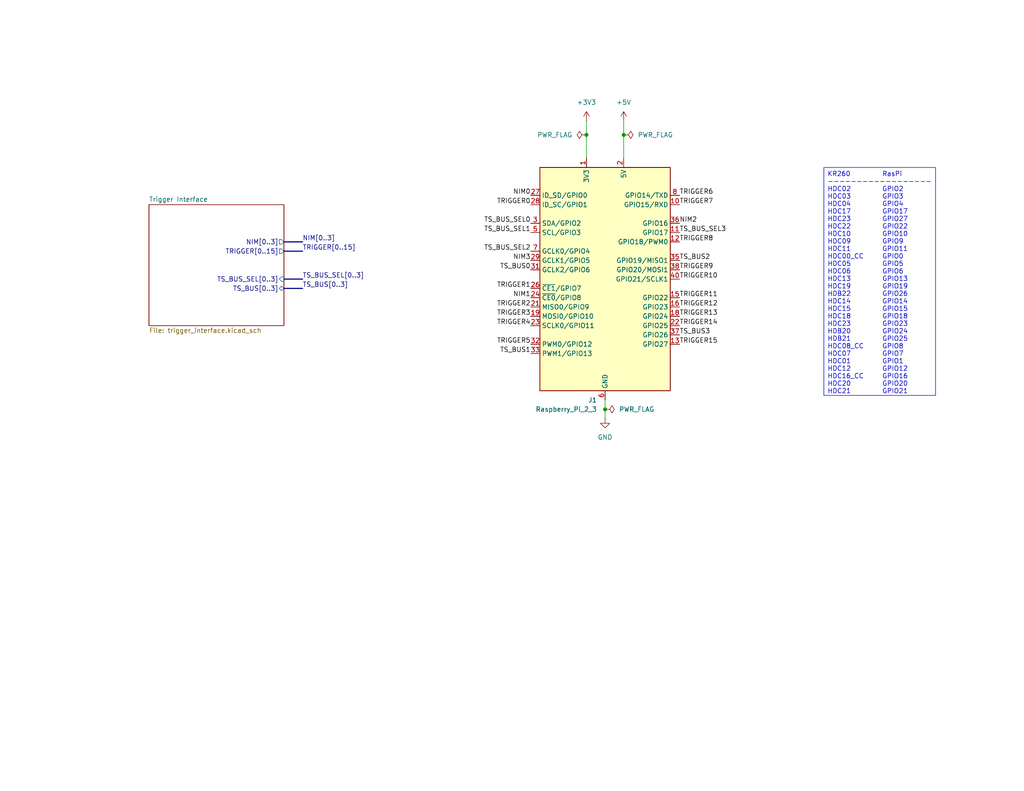
<source format=kicad_sch>
(kicad_sch (version 20231120) (generator "eeschema") (generator_version "8.0")
  (paper "USLetter")
  (title_block (title "LVDS Raspberry Pi Hat for KR260") (date "2025-01-12") (rev "1") (company "MIT Physics") (comment 1 "Noah Paladino"))
  (lib_symbols
    (symbol "Connector:Raspberry_Pi_2_3"
      (property "Reference" "J" (at -17.78 31.75 0))
      (property "Value" "Raspberry_Pi_2_3" (at 10.16 -31.75 0))
      (symbol "Raspberry_Pi_2_3_0_1"
        (rectangle (start -17.78 30.48) (end 17.78 -30.48) (stroke (width 0.254)) (fill (type background)))
      )
      (symbol "Raspberry_Pi_2_3_1_1"
        (pin power_in line (at 5.08 33.02 270) (length 2.54) (name "3V3") (number "1"))
        (pin bidirectional line (at -20.32 20.32 0) (length 2.54) (name "GPIO15/RXD") (number "10"))
        (pin bidirectional line (at -20.32 12.7 0) (length 2.54) (name "GPIO17") (number "11"))
        (pin bidirectional line (at -20.32 10.16 0) (length 2.54) (name "GPIO18/PWM0") (number "12"))
        (pin bidirectional line (at -20.32 -17.78 0) (length 2.54) (name "GPIO27") (number "13"))
        (pin passive line (at 0 -33.02 90) (length 2.54) hide (name "GND") (number "14"))
        (pin bidirectional line (at -20.32 -5.08 0) (length 2.54) (name "GPIO22") (number "15"))
        (pin bidirectional line (at -20.32 -7.62 0) (length 2.54) (name "GPIO23") (number "16"))
        (pin passive line (at 5.08 33.02 270) (length 2.54) hide (name "3V3") (number "17"))
        (pin bidirectional line (at -20.32 -10.16 0) (length 2.54) (name "GPIO24") (number "18"))
        (pin bidirectional line (at 20.32 -10.16 180) (length 2.54) (name "MOSI0/GPIO10") (number "19"))
        (pin power_in line (at -5.08 33.02 270) (length 2.54) (name "5V") (number "2"))
        (pin passive line (at 0 -33.02 90) (length 2.54) hide (name "GND") (number "20"))
        (pin bidirectional line (at 20.32 -7.62 180) (length 2.54) (name "MISO0/GPIO9") (number "21"))
        (pin bidirectional line (at -20.32 -12.7 0) (length 2.54) (name "GPIO25") (number "22"))
        (pin bidirectional line (at 20.32 -12.7 180) (length 2.54) (name "SCLK0/GPIO11") (number "23"))
        (pin bidirectional line (at 20.32 -5.08 180) (length 2.54) (name "~{CE0}/GPIO8") (number "24"))
        (pin passive line (at 0 -33.02 90) (length 2.54) hide (name "GND") (number "25"))
        (pin bidirectional line (at 20.32 -2.54 180) (length 2.54) (name "~{CE1}/GPIO7") (number "26"))
        (pin bidirectional line (at 20.32 22.86 180) (length 2.54) (name "ID_SD/GPIO0") (number "27"))
        (pin bidirectional line (at 20.32 20.32 180) (length 2.54) (name "ID_SC/GPIO1") (number "28"))
        (pin bidirectional line (at 20.32 5.08 180) (length 2.54) (name "GCLK1/GPIO5") (number "29"))
        (pin bidirectional line (at 20.32 15.24 180) (length 2.54) (name "SDA/GPIO2") (number "3"))
        (pin passive line (at 0 -33.02 90) (length 2.54) hide (name "GND") (number "30"))
        (pin bidirectional line (at 20.32 2.54 180) (length 2.54) (name "GCLK2/GPIO6") (number "31"))
        (pin bidirectional line (at 20.32 -17.78 180) (length 2.54) (name "PWM0/GPIO12") (number "32"))
        (pin bidirectional line (at 20.32 -20.32 180) (length 2.54) (name "PWM1/GPIO13") (number "33"))
        (pin passive line (at 0 -33.02 90) (length 2.54) hide (name "GND") (number "34"))
        (pin bidirectional line (at -20.32 5.08 0) (length 2.54) (name "GPIO19/MISO1") (number "35"))
        (pin bidirectional line (at -20.32 15.24 0) (length 2.54) (name "GPIO16") (number "36"))
        (pin bidirectional line (at -20.32 -15.24 0) (length 2.54) (name "GPIO26") (number "37"))
        (pin bidirectional line (at -20.32 2.54 0) (length 2.54) (name "GPIO20/MOSI1") (number "38"))
        (pin passive line (at 0 -33.02 90) (length 2.54) hide (name "GND") (number "39"))
        (pin passive line (at -5.08 33.02 270) (length 2.54) hide (name "5V") (number "4"))
        (pin bidirectional line (at -20.32 0 0) (length 2.54) (name "GPIO21/SCLK1") (number "40"))
        (pin bidirectional line (at 20.32 12.7 180) (length 2.54) (name "SCL/GPIO3") (number "5"))
        (pin power_in line (at 0 -33.02 90) (length 2.54) (name "GND") (number "6"))
        (pin bidirectional line (at 20.32 7.62 180) (length 2.54) (name "GCLK0/GPIO4") (number "7"))
        (pin bidirectional line (at -20.32 22.86 0) (length 2.54) (name "GPIO14/TXD") (number "8"))
        (pin passive line (at 0 -33.02 90) (length 2.54) hide (name "GND") (number "9"))
      )
    )
    (symbol "power:+3V3" (power) (pin_numbers hide) (pin_names (offset 0) hide)
      (property "Value" "+3V3" (at 0 3.556 0))
      (symbol "+3V3_0_1"
        (polyline (pts (xy -0.762 1.27) (xy 0 2.54)))
        (polyline (pts (xy 0 0) (xy 0 2.54)))
        (polyline (pts (xy 0 2.54) (xy 0.762 1.27)))
      )
      (symbol "+3V3_1_1"
        (pin power_in line (at 0 0 90) (length 0) (name "~") (number "1"))
      )
    )
    (symbol "power:+5V" (power) (pin_numbers hide) (pin_names (offset 0) hide)
      (property "Value" "+5V" (at 0 3.556 0))
      (symbol "+5V_0_1"
        (polyline (pts (xy -0.762 1.27) (xy 0 2.54)))
        (polyline (pts (xy 0 0) (xy 0 2.54)))
        (polyline (pts (xy 0 2.54) (xy 0.762 1.27)))
      )
      (symbol "+5V_1_1"
        (pin power_in line (at 0 0 90) (length 0) (name "~") (number "1"))
      )
    )
    (symbol "power:GND" (power) (pin_numbers hide) (pin_names (offset 0) hide)
      (property "Value" "GND" (at 0 -3.81 0))
      (symbol "GND_0_1"
        (polyline (pts (xy 0 0) (xy 0 -1.27) (xy 1.27 -1.27) (xy 0 -2.54) (xy -1.27 -1.27) (xy 0 -1.27)))
      )
      (symbol "GND_1_1"
        (pin power_in line (at 0 0 270) (length 0) (name "~") (number "1"))
      )
    )
    (symbol "power:PWR_FLAG" (power) (pin_numbers hide) (pin_names (offset 0) hide)
      (property "Value" "PWR_FLAG" (at 0 3.81 0))
      (symbol "PWR_FLAG_0_0"
        (pin power_out line (at 0 0 90) (length 0) (name "~") (number "1"))
      )
      (symbol "PWR_FLAG_0_1"
        (polyline (pts (xy 0 0) (xy 0 1.27) (xy -1.016 1.905) (xy 0 2.54) (xy 1.016 1.905) (xy 0 1.27)))
      )
    )
  )
  (junction (at 170.18 36.83))
  (junction (at 165.1 111.76))
  (junction (at 160.02 36.83))
  (bus (pts (xy 77.47 66.04) (xy 82.55 66.04)))
  (wire (pts (xy 160.02 36.83) (xy 160.02 43.18)))
  (wire (pts (xy 165.1 114.3) (xy 165.1 111.76)))
  (wire (pts (xy 165.1 111.76) (xy 165.1 109.22)))
  (wire (pts (xy 170.18 33.02) (xy 170.18 36.83)))
  (wire (pts (xy 170.18 36.83) (xy 170.18 43.18)))
  (bus (pts (xy 77.47 76.2) (xy 82.55 76.2)))
  (bus (pts (xy 77.47 78.74) (xy 82.55 78.74)))
  (wire (pts (xy 160.02 33.02) (xy 160.02 36.83)))
  (bus (pts (xy 77.47 68.58) (xy 82.55 68.58)))
  (text_box "KR260		RasPi\n------------------\nHDC02		GPIO2\nHDC03		GPIO3\nHDC04		GPIO4\nHDC17		GPIO17\nHDC23		GPIO27\nHDC22		GPIO22\nHDC10		GPIO10\nHDC09		GPIO9\nHDC11		GPIO11\nHDC00_CC	GPIO0\nHDC05		GPIO5\nHDC06		GPIO6\nHDC13		GPIO13\nHDC19		GPIO19\nHDB22		GPIO26\nHDC14		GPIO14\nHDC15		GPIO15\nHDC18		GPIO18\nHDC23		GPIO23\nHDB20		GPIO24\nHDB21		GPIO25\nHDC08_CC	GPIO8\nHDC07		GPIO7\nHDC01		GPIO1\nHDC12		GPIO12\nHDC16_CC	GPIO16\nHDC20		GPIO20\nHDC21		GPIO21" (at 224.79 45.72 0) (size 30.48 62.23) (effects (font (size 1.27 1.27)) (justify left top)))
  (label "TRIGGER13" (at 185.42 86.36 0))
  (label "NIM[0..3]" (at 82.55 66.04 0))
  (label "TS_BUS2" (at 185.42 71.12 0))
  (label "TRIGGER4" (at 144.78 88.9 180))
  (label "TRIGGER[0..15]" (at 82.55 68.58 0))
  (label "TS_BUS3" (at 185.42 91.44 0))
  (label "TRIGGER9" (at 185.42 73.66 0))
  (label "TS_BUS1" (at 144.78 96.52 180))
  (label "TS_BUS_SEL2" (at 144.78 68.58 180))
  (label "TRIGGER6" (at 185.42 53.34 0))
  (label "TRIGGER0" (at 144.78 55.88 180))
  (label "TS_BUS_SEL1" (at 144.78 63.5 180))
  (label "NIM2" (at 185.42 60.96 0))
  (label "TS_BUS_SEL3" (at 185.42 63.5 0))
  (label "TS_BUS0" (at 144.78 73.66 180))
  (label "TRIGGER11" (at 185.42 81.28 0))
  (label "TRIGGER15" (at 185.42 93.98 0))
  (label "TRIGGER10" (at 185.42 76.2 0))
  (label "TRIGGER1" (at 144.78 78.74 180))
  (label "NIM0" (at 144.78 53.34 180))
  (label "NIM3" (at 144.78 71.12 180))
  (label "TRIGGER5" (at 144.78 93.98 180))
  (label "NIM1" (at 144.78 81.28 180))
  (label "TRIGGER3" (at 144.78 86.36 180))
  (label "TRIGGER2" (at 144.78 83.82 180))
  (label "TRIGGER12" (at 185.42 83.82 0))
  (label "TRIGGER14" (at 185.42 88.9 0))
  (label "TS_BUS[0..3]" (at 82.55 78.74 0))
  (label "TS_BUS_SEL0" (at 144.78 60.96 180))
  (label "TRIGGER7" (at 185.42 55.88 0))
  (label "TRIGGER8" (at 185.42 66.04 0))
  (label "TS_BUS_SEL[0..3]" (at 82.55 76.2 0))
  (symbol (lib_id "power:+5V") (at 170.18 33.02 0) (unit 1)
    (property "Reference" "#PWR03" (effects (hide yes)))
    (property "Value" "+5V" (at 170.18 27.94 0))
    (property "Description" "Power symbol creates a global label with name \"+5V\"" (effects (hide yes)))
  )
  (symbol (lib_id "power:PWR_FLAG") (at 160.02 36.83 90) (mirror x) (unit 1)
    (property "Reference" "#FLG01" (effects (hide yes)))
    (property "Value" "PWR_FLAG" (at 156.21 36.8299 90) (effects (justify left)))
    (property "Description" "Special symbol for telling ERC where power comes from" (effects (hide yes)))
  )
  (symbol (lib_id "Connector:Raspberry_Pi_2_3") (at 165.1 76.2 0) (mirror y) (unit 1)
    (property "Reference" "J1" (at 162.9059 109.22 0) (effects (justify left)))
    (property "Value" "Raspberry_Pi_2_3" (at 162.9059 111.76 0) (effects (justify left)))
    (property "Footprint" "Connector_PinSocket_2.54mm:PinSocket_2x20_P2.54mm_Vertical" (effects (hide yes)))
    (property "Datasheet" "https://www.raspberrypi.org/documentation/hardware/raspberrypi/schematics/rpi_SCH_3bplus_1p0_reduced.pdf" (effects (hide yes)))
    (property "Description" "expansion header for Raspberry Pi 2 & 3" (effects (hide yes)))
  )
  (symbol (lib_id "power:+3V3") (at 160.02 33.02 0) (unit 1)
    (property "Reference" "#PWR01" (effects (hide yes)))
    (property "Value" "+3V3" (at 160.02 27.94 0))
    (property "Description" "Power symbol creates a global label with name \"+3V3\"" (effects (hide yes)))
  )
  (symbol (lib_id "power:PWR_FLAG") (at 170.18 36.83 270) (unit 1)
    (property "Reference" "#FLG03" (effects (hide yes)))
    (property "Value" "PWR_FLAG" (at 173.99 36.8299 90) (effects (justify left)))
    (property "Description" "Special symbol for telling ERC where power comes from" (effects (hide yes)))
  )
  (symbol (lib_id "power:PWR_FLAG") (at 165.1 111.76 270) (unit 1)
    (property "Reference" "#FLG02" (effects (hide yes)))
    (property "Value" "PWR_FLAG" (at 168.91 111.7599 90) (effects (justify left)))
    (property "Description" "Special symbol for telling ERC where power comes from" (effects (hide yes)))
  )
  (symbol (lib_id "power:GND") (at 165.1 114.3 0) (unit 1)
    (property "Reference" "#PWR02" (effects (hide yes)))
    (property "Value" "GND" (at 165.1 119.38 0))
    (property "Description" "Power symbol creates a global label with name \"GND\" , ground" (effects (hide yes)))
  )
  (sheet (at 40.64 55.88) (size 36.83 33.02) (stroke (width 0.1524))
    (property "Sheetname" "Trigger Interface" (at 40.64 55.1684 0) (effects (justify left bottom)))
    (property "Sheetfile" "trigger_interface.kicad_sch" (at 40.64 89.4846 0) (effects (justify left top)))
    (pin "NIM[0..3]" output (at 77.47 66.04 0))
    (pin "TS_BUS_SEL[0..3]" input (at 77.47 76.2 0))
    (pin "TS_BUS[0..3]" bidirectional (at 77.47 78.74 0))
    (pin "TRIGGER[0..15]" output (at 77.47 68.58 0))
  )
)
</source>
